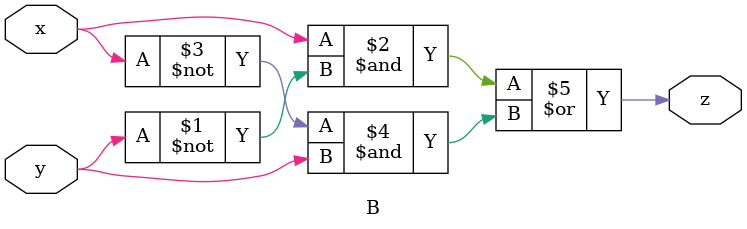
<source format=sv>
module top_module(
    input x,
    input y,
    output z);
    
    wire z1, z2, z3, z4, or_out, and_out;
    A A1(x, y, z1);
    A A2(x, y, z2);
    B B1(x, y, z3);
    B B2(x, y, z4);

    assign or_out = z1 | z3;
    assign and_out = z2 & z4;
    assign z = or_out ^ and_out;
    
endmodule
module A(
    input x,
    input y,
    output z);
    
    assign z = (x ^ y) & x;
    
endmodule
module B(
    input x,
    input y,
    output z);

    assign z = (x & ~y) | (~x & y);
    
endmodule

</source>
